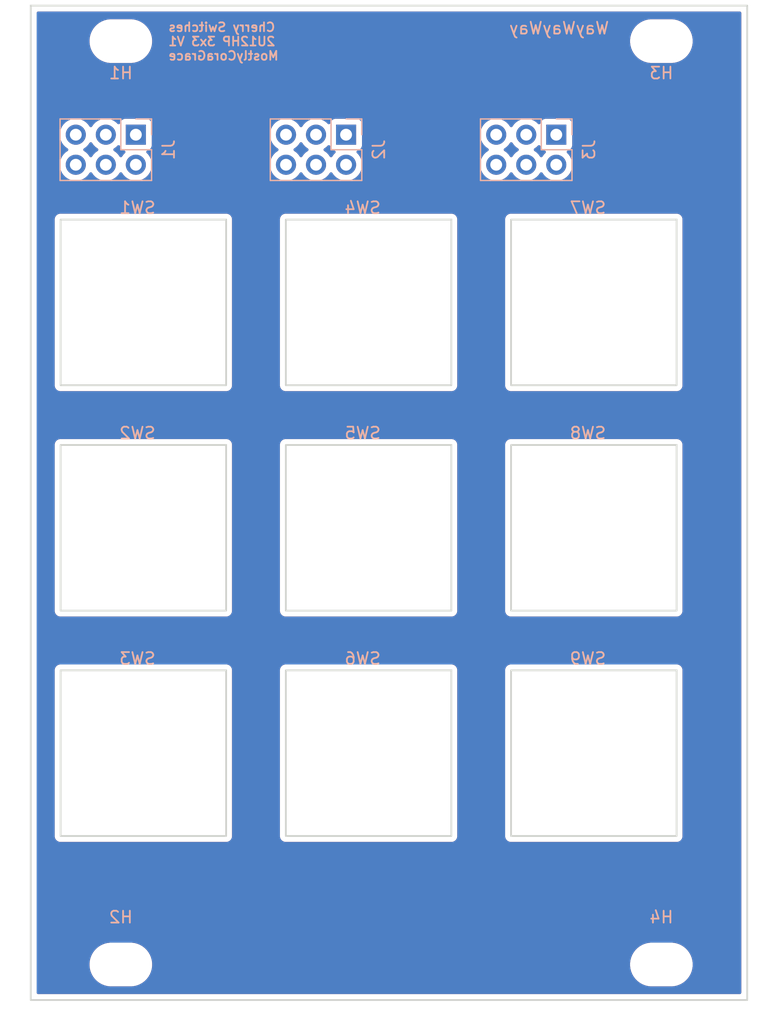
<source format=kicad_pcb>
(kicad_pcb (version 20240108) (generator "pcbnew") (generator_version "8.0")
  (layers (0 "F.Cu" signal) (31 "B.Cu" signal) (34 "B.Paste" user) (35 "F.Paste" user) (36 "B.SilkS" user "B.Silkscreen") (37 "F.SilkS" user "F.Silkscreen") (38 "B.Mask" user) (39 "F.Mask" user) (44 "Edge.Cuts" user))
  (net 0 "")
  (footprint "EXC:SW_Cherry_MX_1.00u_Mount" (layer "B.Cu") (at 28.575 27.512 180)
    (property "Reference" "SW4" (at 0.5 8 0) (layer "B.SilkS") (effects (justify mirror)))
    (property "Value" "SW_SPST_MOUNT")
    (fp_rect (start -7 7) (end 7 -7) (stroke (width 0.15)) (fill none) (layer "Edge.Cuts"))
  )
  (footprint "EXC:SW_Cherry_MX_1.00u_Mount" (layer "B.Cu") (at 9.525 65.612 180)
    (property "Reference" "SW3" (at 0.5 8 0) (layer "B.SilkS") (effects (justify mirror)))
    (property "Value" "SW_SPST_MOUNT")
    (fp_rect (start -7 7) (end 7 -7) (stroke (width 0.15)) (fill none) (layer "Edge.Cuts"))
  )
  (footprint "EXC:MountingHole_3.2mm_M3" (layer "B.Cu") (at 7.62 83.475 180)
    (property "Reference" "H2" (at 0 4 0) (layer "B.SilkS") (effects (justify mirror)))
    (property "Value" "Eurorack_M3_MountingHole")
    (pad "" np_thru_hole oval (at 0 0 180) (size 4.8 3.2) (drill oval 4.8 3.2) (layers "F&B.Cu" "*.Mask"))
  )
  (footprint "EXC:MountingHole_3.2mm_M3" (layer "B.Cu") (at 7.62 5.425 180)
    (property "Reference" "H1" (at 0 -2.703 0) (layer "B.SilkS") (effects (justify mirror)))
    (property "Value" "Eurorack_M3_MountingHole")
    (pad "" np_thru_hole oval (at 0 0 180) (size 4.8 3.2) (drill oval 4.8 3.2) (layers "F&B.Cu" "*.Mask"))
  )
  (footprint "EXC:SW_Cherry_MX_1.00u_Mount" (layer "B.Cu") (at 9.525 46.562 180)
    (property "Reference" "SW2" (at 0.5 8 0) (layer "B.SilkS") (effects (justify mirror)))
    (property "Value" "SW_SPST_MOUNT")
    (fp_rect (start -7 7) (end 7 -7) (stroke (width 0.15)) (fill none) (layer "Edge.Cuts"))
  )
  (footprint "EXC:SW_Cherry_MX_1.00u_Mount" (layer "B.Cu") (at 28.575 46.562 180)
    (property "Reference" "SW5" (at 0.5 8 0) (layer "B.SilkS") (effects (justify mirror)))
    (property "Value" "SW_SPST_MOUNT")
    (fp_rect (start -7 7) (end 7 -7) (stroke (width 0.15)) (fill none) (layer "Edge.Cuts"))
  )
  (footprint "EXC:MountingHole_3.2mm_M3" (layer "B.Cu") (at 53.34 83.475 180)
    (property "Reference" "H4" (at 0 4 0) (layer "B.SilkS") (effects (justify mirror)))
    (property "Value" "Eurorack_M3_MountingHole")
    (pad "" np_thru_hole oval (at 0 0 180) (size 4.8 3.2) (drill oval 4.8 3.2) (layers "F&B.Cu" "*.Mask"))
  )
  (footprint "EXC:MountingHole_3.2mm_M3" (layer "B.Cu") (at 53.34 5.425 180)
    (property "Reference" "H3" (at 0 -2.703 0) (layer "B.SilkS") (effects (justify mirror)))
    (property "Value" "Eurorack_M3_MountingHole")
    (pad "" np_thru_hole oval (at 0 0 180) (size 4.8 3.2) (drill oval 4.8 3.2) (layers "F&B.Cu" "*.Mask"))
  )
  (footprint "EXC:SW_Cherry_MX_1.00u_Mount" (layer "B.Cu") (at 28.575 65.612 180)
    (property "Reference" "SW6" (at 0.5 8 0) (layer "B.SilkS") (effects (justify mirror)))
    (property "Value" "SW_SPST_MOUNT")
    (fp_rect (start -7 7) (end 7 -7) (stroke (width 0.15)) (fill none) (layer "Edge.Cuts"))
  )
  (footprint "Connector_PinSocket_2.54mm:PinSocket_2x03_P2.54mm_Vertical" (layer "B.Cu") (at 26.67 13.335 90)
    (property "Reference" "J2" (at -1.27 2.77 90) (layer "B.SilkS") (effects (justify mirror)))
    (property "Value" "Conn_02x03_Odd_Even")
    (fp_line (start 1.33 -6.41) (end -3.87 -6.41) (stroke (width 0.12)) (layer "B.SilkS"))
    (fp_line (start 1.33 -6.41) (end 1.33 -1.27) (stroke (width 0.12)) (layer "B.SilkS"))
    (fp_line (start -3.87 -6.41) (end -3.87 1.33) (stroke (width 0.12)) (layer "B.SilkS"))
    (fp_line (start 1.33 -1.27) (end -1.27 -1.27) (stroke (width 0.12)) (layer "B.SilkS"))
    (fp_line (start -1.27 -1.27) (end -1.27 1.33) (stroke (width 0.12)) (layer "B.SilkS"))
    (fp_line (start 1.33 0) (end 1.33 1.33) (stroke (width 0.12)) (layer "B.SilkS"))
    (fp_line (start 1.33 1.33) (end 0 1.33) (stroke (width 0.12)) (layer "B.SilkS"))
    (fp_line (start -1.27 1.33) (end -3.87 1.33) (stroke (width 0.12)) (layer "B.SilkS"))
    (pad "1" thru_hole rect (at 0 0 90) (size 1.7 1.7) (drill 1) (layers "*.Cu" "*.Mask"))
    (pad "2" thru_hole oval (at -2.54 0 90) (size 1.7 1.7) (drill 1) (layers "*.Cu" "*.Mask"))
    (pad "3" thru_hole oval (at 0 -2.54 90) (size 1.7 1.7) (drill 1) (layers "*.Cu" "*.Mask"))
    (pad "4" thru_hole oval (at -2.54 -2.54 90) (size 1.7 1.7) (drill 1) (layers "*.Cu" "*.Mask"))
    (pad "5" thru_hole oval (at 0 -5.08 90) (size 1.7 1.7) (drill 1) (layers "*.Cu" "*.Mask"))
    (pad "6" thru_hole oval (at -2.54 -5.08 90) (size 1.7 1.7) (drill 1) (layers "*.Cu" "*.Mask"))
  )
  (footprint "EXC:SW_Cherry_MX_1.00u_Mount" (layer "B.Cu") (at 9.525 27.512 180)
    (property "Reference" "SW1" (at 0.5 8 0) (layer "B.SilkS") (effects (justify mirror)))
    (property "Value" "SW_SPST_MOUNT")
    (fp_rect (start -7 7) (end 7 -7) (stroke (width 0.15)) (fill none) (layer "Edge.Cuts"))
  )
  (footprint "Connector_PinSocket_2.54mm:PinSocket_2x03_P2.54mm_Vertical" (layer "B.Cu") (at 44.45 13.335 90)
    (property "Reference" "J3" (at -1.27 2.77 90) (layer "B.SilkS") (effects (justify mirror)))
    (property "Value" "Conn_02x03_Odd_Even")
    (fp_line (start 1.33 -6.41) (end -3.87 -6.41) (stroke (width 0.12)) (layer "B.SilkS"))
    (fp_line (start 1.33 -6.41) (end 1.33 -1.27) (stroke (width 0.12)) (layer "B.SilkS"))
    (fp_line (start -3.87 -6.41) (end -3.87 1.33) (stroke (width 0.12)) (layer "B.SilkS"))
    (fp_line (start 1.33 -1.27) (end -1.27 -1.27) (stroke (width 0.12)) (layer "B.SilkS"))
    (fp_line (start -1.27 -1.27) (end -1.27 1.33) (stroke (width 0.12)) (layer "B.SilkS"))
    (fp_line (start 1.33 0) (end 1.33 1.33) (stroke (width 0.12)) (layer "B.SilkS"))
    (fp_line (start 1.33 1.33) (end 0 1.33) (stroke (width 0.12)) (layer "B.SilkS"))
    (fp_line (start -1.27 1.33) (end -3.87 1.33) (stroke (width 0.12)) (layer "B.SilkS"))
    (pad "1" thru_hole rect (at 0 0 90) (size 1.7 1.7) (drill 1) (layers "*.Cu" "*.Mask"))
    (pad "2" thru_hole oval (at -2.54 0 90) (size 1.7 1.7) (drill 1) (layers "*.Cu" "*.Mask"))
    (pad "3" thru_hole oval (at 0 -2.54 90) (size 1.7 1.7) (drill 1) (layers "*.Cu" "*.Mask"))
    (pad "4" thru_hole oval (at -2.54 -2.54 90) (size 1.7 1.7) (drill 1) (layers "*.Cu" "*.Mask"))
    (pad "5" thru_hole oval (at 0 -5.08 90) (size 1.7 1.7) (drill 1) (layers "*.Cu" "*.Mask"))
    (pad "6" thru_hole oval (at -2.54 -5.08 90) (size 1.7 1.7) (drill 1) (layers "*.Cu" "*.Mask"))
  )
  (footprint "EXC:SW_Cherry_MX_1.00u_Mount" (layer "B.Cu") (at 47.625 46.562 180)
    (property "Reference" "SW8" (at 0.5 8 0) (layer "B.SilkS") (effects (justify mirror)))
    (property "Value" "SW_SPST_MOUNT")
    (fp_rect (start -7 7) (end 7 -7) (stroke (width 0.15)) (fill none) (layer "Edge.Cuts"))
  )
  (footprint "Connector_PinSocket_2.54mm:PinSocket_2x03_P2.54mm_Vertical" (layer "B.Cu") (at 8.89 13.335 90)
    (property "Reference" "J1" (at -1.27 2.77 90) (layer "B.SilkS") (effects (justify mirror)))
    (property "Value" "Conn_02x03_Odd_Even")
    (fp_line (start 1.33 -6.41) (end -3.87 -6.41) (stroke (width 0.12)) (layer "B.SilkS"))
    (fp_line (start 1.33 -6.41) (end 1.33 -1.27) (stroke (width 0.12)) (layer "B.SilkS"))
    (fp_line (start -3.87 -6.41) (end -3.87 1.33) (stroke (width 0.12)) (layer "B.SilkS"))
    (fp_line (start 1.33 -1.27) (end -1.27 -1.27) (stroke (width 0.12)) (layer "B.SilkS"))
    (fp_line (start -1.27 -1.27) (end -1.27 1.33) (stroke (width 0.12)) (layer "B.SilkS"))
    (fp_line (start 1.33 0) (end 1.33 1.33) (stroke (width 0.12)) (layer "B.SilkS"))
    (fp_line (start 1.33 1.33) (end 0 1.33) (stroke (width 0.12)) (layer "B.SilkS"))
    (fp_line (start -1.27 1.33) (end -3.87 1.33) (stroke (width 0.12)) (layer "B.SilkS"))
    (pad "1" thru_hole rect (at 0 0 90) (size 1.7 1.7) (drill 1) (layers "*.Cu" "*.Mask"))
    (pad "2" thru_hole oval (at -2.54 0 90) (size 1.7 1.7) (drill 1) (layers "*.Cu" "*.Mask"))
    (pad "3" thru_hole oval (at 0 -2.54 90) (size 1.7 1.7) (drill 1) (layers "*.Cu" "*.Mask"))
    (pad "4" thru_hole oval (at -2.54 -2.54 90) (size 1.7 1.7) (drill 1) (layers "*.Cu" "*.Mask"))
    (pad "5" thru_hole oval (at 0 -5.08 90) (size 1.7 1.7) (drill 1) (layers "*.Cu" "*.Mask"))
    (pad "6" thru_hole oval (at -2.54 -5.08 90) (size 1.7 1.7) (drill 1) (layers "*.Cu" "*.Mask"))
  )
  (footprint "EXC:SW_Cherry_MX_1.00u_Mount" (layer "B.Cu") (at 47.625 65.612 180)
    (property "Reference" "SW9" (at 0.5 8 0) (layer "B.SilkS") (effects (justify mirror)))
    (property "Value" "SW_SPST_MOUNT")
    (fp_rect (start -7 7) (end 7 -7) (stroke (width 0.15)) (fill none) (layer "Edge.Cuts"))
  )
  (footprint "EXC:SW_Cherry_MX_1.00u_Mount" (layer "B.Cu") (at 47.625 27.512 180)
    (property "Reference" "SW7" (at 0.5 8 0) (layer "B.SilkS") (effects (justify mirror)))
    (property "Value" "SW_SPST_MOUNT")
    (fp_rect (start -7 7) (end 7 -7) (stroke (width 0.15)) (fill none) (layer "Edge.Cuts"))
  )
  (gr_rect (start 0 2.425) (end 60.6 86.475) (stroke (width 0.15)) (fill none) (layer "Edge.Cuts"))
  (gr_text "WayWayWay" (at 49 3.75 0) (layer "B.SilkS") (effects (font (size 1 1)) (justify left top mirror)))
  (gr_text "Cherry Switches\n2U12HP 3x3 V1\nMostlyCoraGrace" (at 11.557 3.81 0) (layer "B.SilkS") (effects (font (size 0.75 0.75) (thickness 0.15) (bold yes)) (justify right top mirror)))
  (zone (net 0) (net_name "") (layers "F&B.Cu") (connect_pads (clearance 0.5)) (min_thickness 0.25) (fill yes (thermal_gap 0.5) (thermal_bridge_width 0.5) (island_removal_mode 1) (island_area_min 10))
    (polygon (pts (xy 0 2.413) (xy 60.706 2.413) (xy 60.706 86.487) (xy 0 86.487)))
  )
)
</source>
